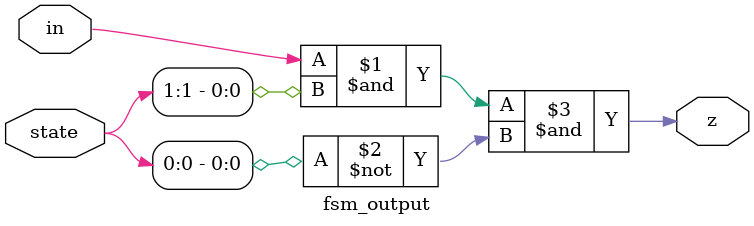
<source format=v>

module fsm_sequence(
    clock,  // Clock input of the synchronous sequential design
    reset,  // Active high, synchronous reset input
    w,      // Serial sequence of input bits
    z       // Output of the fsm
);

    //----------------- INPUT PORTS -----------------------------
    input wire clock;
    input wire reset;
    input wire w;

    //----------------- OUTPUT PORTS ----------------------------
    output wire z;

    //----------------- INTERNAL VARIABLES ----------------------
    wire [1:0] current_state;
    wire [1:0] next_state;

    //----------------- MODULE INSTANCES ------------------------
    fsm_next_state u_next_state(current_state, w, next_state);
    flip_flop_d u_ffd_0(next_state[0], reset, clock, current_state[0]);
    flip_flop_d u_ffd_1(next_state[1], reset, clock, current_state[1]);
    fsm_output u_output(current_state, w, z);


endmodule

//------------------------------------------------------------
// Module: fsm_next_state
//
// Combinational logic to determine the next state of the fsm
//------------------------------------------------------------

module fsm_next_state(
    current_state,  // Current state of the fsm
    in,             // Current input of the fsm
    next_state      // Next state of the fsm, output
);

    //----------------- INPUT PORTS -----------------------
    input wire [1:0] current_state;
    input wire in;

    //----------------- OUTPUT PORTS ----------------------
    output wire [1:0] next_state;

    /* Next state connection */
    assign next_state[1] = ~in | current_state[1] & ~current_state[0];
    assign next_state[0] = ~current_state[0] |   in ^ current_state[1];

endmodule

//--------------------------------------------------
// Module: fsm_output
//
// Combinational logic to set the output of the fsm
//---------------------------------------------------

module fsm_output(
    state,  // Current state of the fsm
    in,     // Current input of the fsm
    z       // Output of the fsm
);

    //----------------- INPUT PORTS -----------------------
    input wire [1:0] state;
    input wire in;

    //----------------- OUTPUT PORTS ----------------------
    output wire z;

    /* Output gate connection */
    assign z = in & state[1] & ~state[0];

endmodule
</source>
